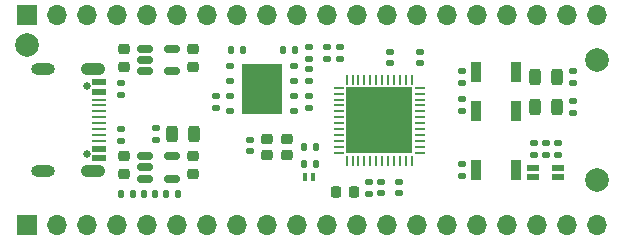
<source format=gbr>
%TF.GenerationSoftware,KiCad,Pcbnew,8.0.4-8.0.4-0~ubuntu24.04.1*%
%TF.CreationDate,2024-07-31T18:59:25-04:00*%
%TF.ProjectId,iceblink,69636562-6c69-46e6-9b2e-6b696361645f,rev?*%
%TF.SameCoordinates,Original*%
%TF.FileFunction,Soldermask,Top*%
%TF.FilePolarity,Negative*%
%FSLAX46Y46*%
G04 Gerber Fmt 4.6, Leading zero omitted, Abs format (unit mm)*
G04 Created by KiCad (PCBNEW 8.0.4-8.0.4-0~ubuntu24.04.1) date 2024-07-31 18:59:25*
%MOMM*%
%LPD*%
G01*
G04 APERTURE LIST*
G04 Aperture macros list*
%AMRoundRect*
0 Rectangle with rounded corners*
0 $1 Rounding radius*
0 $2 $3 $4 $5 $6 $7 $8 $9 X,Y pos of 4 corners*
0 Add a 4 corners polygon primitive as box body*
4,1,4,$2,$3,$4,$5,$6,$7,$8,$9,$2,$3,0*
0 Add four circle primitives for the rounded corners*
1,1,$1+$1,$2,$3*
1,1,$1+$1,$4,$5*
1,1,$1+$1,$6,$7*
1,1,$1+$1,$8,$9*
0 Add four rect primitives between the rounded corners*
20,1,$1+$1,$2,$3,$4,$5,0*
20,1,$1+$1,$4,$5,$6,$7,0*
20,1,$1+$1,$6,$7,$8,$9,0*
20,1,$1+$1,$8,$9,$2,$3,0*%
G04 Aperture macros list end*
%ADD10RoundRect,0.140000X0.140000X0.170000X-0.140000X0.170000X-0.140000X-0.170000X0.140000X-0.170000X0*%
%ADD11RoundRect,0.140000X0.170000X-0.140000X0.170000X0.140000X-0.170000X0.140000X-0.170000X-0.140000X0*%
%ADD12RoundRect,0.225000X-0.250000X0.225000X-0.250000X-0.225000X0.250000X-0.225000X0.250000X0.225000X0*%
%ADD13RoundRect,0.135000X0.185000X-0.135000X0.185000X0.135000X-0.185000X0.135000X-0.185000X-0.135000X0*%
%ADD14RoundRect,0.140000X-0.170000X0.140000X-0.170000X-0.140000X0.170000X-0.140000X0.170000X0.140000X0*%
%ADD15RoundRect,0.100000X0.100000X0.250000X-0.100000X0.250000X-0.100000X-0.250000X0.100000X-0.250000X0*%
%ADD16R,0.900000X1.700000*%
%ADD17RoundRect,0.135000X-0.185000X0.135000X-0.185000X-0.135000X0.185000X-0.135000X0.185000X0.135000X0*%
%ADD18RoundRect,0.212500X-0.287500X-0.212500X0.287500X-0.212500X0.287500X0.212500X-0.287500X0.212500X0*%
%ADD19RoundRect,0.225000X-0.225000X-0.250000X0.225000X-0.250000X0.225000X0.250000X-0.225000X0.250000X0*%
%ADD20RoundRect,0.243750X-0.243750X-0.456250X0.243750X-0.456250X0.243750X0.456250X-0.243750X0.456250X0*%
%ADD21R,1.000000X0.500000*%
%ADD22RoundRect,0.135000X-0.135000X-0.185000X0.135000X-0.185000X0.135000X0.185000X-0.135000X0.185000X0*%
%ADD23RoundRect,0.150000X-0.512500X-0.150000X0.512500X-0.150000X0.512500X0.150000X-0.512500X0.150000X0*%
%ADD24RoundRect,0.125000X-0.250000X-0.125000X0.250000X-0.125000X0.250000X0.125000X-0.250000X0.125000X0*%
%ADD25R,3.400000X4.300000*%
%ADD26RoundRect,0.062500X-0.062500X0.375000X-0.062500X-0.375000X0.062500X-0.375000X0.062500X0.375000X0*%
%ADD27RoundRect,0.062500X-0.375000X0.062500X-0.375000X-0.062500X0.375000X-0.062500X0.375000X0.062500X0*%
%ADD28R,5.600000X5.600000*%
%ADD29RoundRect,0.135000X0.135000X0.185000X-0.135000X0.185000X-0.135000X-0.185000X0.135000X-0.185000X0*%
%ADD30C,2.000000*%
%ADD31RoundRect,0.140000X-0.140000X-0.170000X0.140000X-0.170000X0.140000X0.170000X-0.140000X0.170000X0*%
%ADD32C,0.650000*%
%ADD33R,1.150000X0.580000*%
%ADD34R,1.150000X0.280000*%
%ADD35O,2.100000X1.050000*%
%ADD36O,2.000000X1.000000*%
%ADD37R,1.700000X1.700000*%
%ADD38O,1.700000X1.700000*%
G04 APERTURE END LIST*
D10*
%TO.C,C5*%
X141069000Y-117983000D03*
X140109000Y-117983000D03*
%TD*%
D11*
%TO.C,C14*%
X158242000Y-117955000D03*
X158242000Y-116995000D03*
%TD*%
D12*
%TO.C,C1*%
X136519500Y-105717000D03*
X136519500Y-107267000D03*
%TD*%
D13*
%TO.C,R19*%
X174498000Y-108587000D03*
X174498000Y-107567000D03*
%TD*%
D12*
%TO.C,C4*%
X136525000Y-114795000D03*
X136525000Y-116345000D03*
%TD*%
D14*
%TO.C,C9*%
X161544000Y-105946000D03*
X161544000Y-106906000D03*
%TD*%
D15*
%TO.C,D4*%
X152496000Y-116586000D03*
X151796000Y-116586000D03*
%TD*%
D13*
%TO.C,R9*%
X172212000Y-114683000D03*
X172212000Y-113663000D03*
%TD*%
D12*
%TO.C,C2*%
X142361500Y-105717000D03*
X142361500Y-107267000D03*
%TD*%
D16*
%TO.C,S2*%
X166321000Y-107696000D03*
X169721000Y-107696000D03*
%TD*%
D17*
%TO.C,R10*%
X153670000Y-105535000D03*
X153670000Y-106555000D03*
%TD*%
D11*
%TO.C,C12*%
X159791400Y-117955000D03*
X159791400Y-116995000D03*
%TD*%
D14*
%TO.C,C13*%
X159029400Y-105946000D03*
X159029400Y-106906000D03*
%TD*%
D10*
%TO.C,C7*%
X150975000Y-105791000D03*
X150015000Y-105791000D03*
%TD*%
D18*
%TO.C,X1*%
X148629000Y-114721000D03*
X150329000Y-114721000D03*
X150329000Y-113371000D03*
X148629000Y-113371000D03*
%TD*%
D12*
%TO.C,C6*%
X142367000Y-114795000D03*
X142367000Y-116345000D03*
%TD*%
D19*
%TO.C,C15*%
X154419000Y-117856000D03*
X155969000Y-117856000D03*
%TD*%
D13*
%TO.C,R16*%
X152146000Y-108460000D03*
X152146000Y-107440000D03*
%TD*%
D20*
%TO.C,D3*%
X171274500Y-110617000D03*
X173149500Y-110617000D03*
%TD*%
D17*
%TO.C,R12*%
X154813000Y-105535000D03*
X154813000Y-106555000D03*
%TD*%
D13*
%TO.C,R5*%
X165100000Y-111000000D03*
X165100000Y-109980000D03*
%TD*%
D20*
%TO.C,D5*%
X171274500Y-108077000D03*
X173149500Y-108077000D03*
%TD*%
D21*
%TO.C,D1*%
X171162000Y-115805000D03*
X173262000Y-115805000D03*
X171162000Y-116605000D03*
X173262000Y-116605000D03*
%TD*%
D13*
%TO.C,R7*%
X173228000Y-114683000D03*
X173228000Y-113663000D03*
%TD*%
D22*
%TO.C,R1*%
X136269000Y-117983000D03*
X137289000Y-117983000D03*
%TD*%
D23*
%TO.C,U2*%
X138308500Y-105730000D03*
X138308500Y-106680000D03*
X138308500Y-107630000D03*
X140583500Y-107630000D03*
X140583500Y-105730000D03*
%TD*%
D17*
%TO.C,R6*%
X165094500Y-107562000D03*
X165094500Y-108582000D03*
%TD*%
D24*
%TO.C,U1*%
X145509000Y-107188000D03*
X145509000Y-108458000D03*
X145509000Y-109728000D03*
X145509000Y-110998000D03*
X150909000Y-110998000D03*
X150909000Y-109728000D03*
X150909000Y-108458000D03*
X150909000Y-107188000D03*
D25*
X148209000Y-109093000D03*
%TD*%
D13*
%TO.C,R3*%
X136271000Y-109603000D03*
X136271000Y-108583000D03*
%TD*%
D14*
%TO.C,C8*%
X147193000Y-113439000D03*
X147193000Y-114399000D03*
%TD*%
D16*
%TO.C,S3*%
X166321000Y-115951000D03*
X169721000Y-115951000D03*
%TD*%
D26*
%TO.C,U4*%
X160865000Y-108322500D03*
X160365000Y-108322500D03*
X159865000Y-108322500D03*
X159365000Y-108322500D03*
X158865000Y-108322500D03*
X158365000Y-108322500D03*
X157865000Y-108322500D03*
X157365000Y-108322500D03*
X156865000Y-108322500D03*
X156365000Y-108322500D03*
X155865000Y-108322500D03*
X155365000Y-108322500D03*
D27*
X154677500Y-109010000D03*
X154677500Y-109510000D03*
X154677500Y-110010000D03*
X154677500Y-110510000D03*
X154677500Y-111010000D03*
X154677500Y-111510000D03*
X154677500Y-112010000D03*
X154677500Y-112510000D03*
X154677500Y-113010000D03*
X154677500Y-113510000D03*
X154677500Y-114010000D03*
X154677500Y-114510000D03*
D26*
X155365000Y-115197500D03*
X155865000Y-115197500D03*
X156365000Y-115197500D03*
X156865000Y-115197500D03*
X157365000Y-115197500D03*
X157865000Y-115197500D03*
X158365000Y-115197500D03*
X158865000Y-115197500D03*
X159365000Y-115197500D03*
X159865000Y-115197500D03*
X160365000Y-115197500D03*
X160865000Y-115197500D03*
D27*
X161552500Y-114510000D03*
X161552500Y-114010000D03*
X161552500Y-113510000D03*
X161552500Y-113010000D03*
X161552500Y-112510000D03*
X161552500Y-112010000D03*
X161552500Y-111510000D03*
X161552500Y-111010000D03*
X161552500Y-110510000D03*
X161552500Y-110010000D03*
X161552500Y-109510000D03*
X161552500Y-109010000D03*
D28*
X158115000Y-111760000D03*
%TD*%
D17*
%TO.C,R15*%
X144272000Y-109726000D03*
X144272000Y-110746000D03*
%TD*%
D13*
%TO.C,R18*%
X157226000Y-117985000D03*
X157226000Y-116965000D03*
%TD*%
%TO.C,R17*%
X174498000Y-111127000D03*
X174498000Y-110107000D03*
%TD*%
D29*
%TO.C,R13*%
X146560000Y-105791000D03*
X145540000Y-105791000D03*
%TD*%
D30*
%TO.C,FID1*%
X128270000Y-105410000D03*
%TD*%
D17*
%TO.C,R20*%
X165100000Y-115441000D03*
X165100000Y-116461000D03*
%TD*%
%TO.C,R11*%
X152146000Y-105535000D03*
X152146000Y-106555000D03*
%TD*%
D16*
%TO.C,S1*%
X166321000Y-110998000D03*
X169721000Y-110998000D03*
%TD*%
D13*
%TO.C,R2*%
X136271000Y-113540000D03*
X136271000Y-112520000D03*
%TD*%
D30*
%TO.C,FID3*%
X176530000Y-116840000D03*
%TD*%
D13*
%TO.C,R14*%
X152146000Y-110748000D03*
X152146000Y-109728000D03*
%TD*%
D31*
%TO.C,C10*%
X151793000Y-114046000D03*
X152753000Y-114046000D03*
%TD*%
%TO.C,C3*%
X138204000Y-117983000D03*
X139164000Y-117983000D03*
%TD*%
D30*
%TO.C,FID2*%
X176530000Y-106680000D03*
%TD*%
D13*
%TO.C,R4*%
X139192000Y-113413000D03*
X139192000Y-112393000D03*
%TD*%
D32*
%TO.C,J1*%
X133347000Y-108870000D03*
X133347000Y-114650000D03*
D33*
X134422000Y-108560000D03*
X134422000Y-109360000D03*
D34*
X134422000Y-110510000D03*
X134422000Y-111510000D03*
X134422000Y-112010000D03*
X134422000Y-113010000D03*
D33*
X134422000Y-114960000D03*
X134422000Y-114160000D03*
D34*
X134422000Y-113510000D03*
X134422000Y-112510000D03*
X134422000Y-111010000D03*
X134422000Y-110010000D03*
D35*
X133847000Y-107440000D03*
D36*
X129667000Y-107440000D03*
X129667000Y-116080000D03*
D35*
X133847000Y-116080000D03*
%TD*%
D31*
%TO.C,C11*%
X151793000Y-115443000D03*
X152753000Y-115443000D03*
%TD*%
D23*
%TO.C,U3*%
X138314000Y-114813000D03*
X138314000Y-115763000D03*
X138314000Y-116713000D03*
X140589000Y-116713000D03*
X140589000Y-114813000D03*
%TD*%
D13*
%TO.C,R8*%
X171196000Y-114683000D03*
X171196000Y-113663000D03*
%TD*%
D20*
%TO.C,D2*%
X140540500Y-112903000D03*
X142415500Y-112903000D03*
%TD*%
D37*
%TO.C,J2*%
X128270000Y-120650000D03*
D38*
X130810000Y-120650000D03*
X133350000Y-120650000D03*
X135890000Y-120650000D03*
X138430000Y-120650000D03*
X140970000Y-120650000D03*
X143510000Y-120650000D03*
X146050000Y-120650000D03*
X148590000Y-120650000D03*
X151130000Y-120650000D03*
X153670000Y-120650000D03*
X156210000Y-120650000D03*
X158750000Y-120650000D03*
X161290000Y-120650000D03*
X163830000Y-120650000D03*
X166370000Y-120650000D03*
X168910000Y-120650000D03*
X171450000Y-120650000D03*
X173990000Y-120650000D03*
X176530000Y-120650000D03*
%TD*%
D37*
%TO.C,J3*%
X128270000Y-102870000D03*
D38*
X130810000Y-102870000D03*
X133350000Y-102870000D03*
X135890000Y-102870000D03*
X138430000Y-102870000D03*
X140970000Y-102870000D03*
X143510000Y-102870000D03*
X146050000Y-102870000D03*
X148590000Y-102870000D03*
X151130000Y-102870000D03*
X153670000Y-102870000D03*
X156210000Y-102870000D03*
X158750000Y-102870000D03*
X161290000Y-102870000D03*
X163830000Y-102870000D03*
X166370000Y-102870000D03*
X168910000Y-102870000D03*
X171450000Y-102870000D03*
X173990000Y-102870000D03*
X176530000Y-102870000D03*
%TD*%
M02*

</source>
